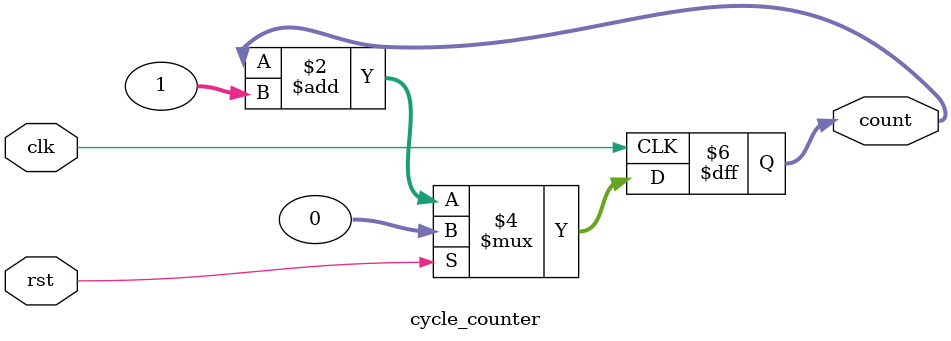
<source format=v>
module cycle_counter (
    input clk,
    input rst,

    output reg [31:0] count
);

    always @(posedge clk) begin
        if (rst) begin
            count <= 32'b0;
        end
        else begin
            count <= count + 1;
        end
    end
endmodule
</source>
